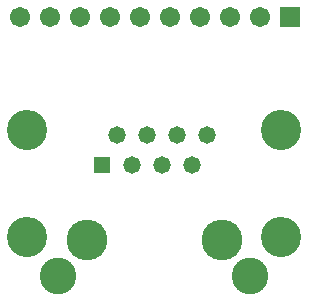
<source format=gts>
G04*
G04 #@! TF.GenerationSoftware,Altium Limited,Altium Designer,18.0.7 (293)*
G04*
G04 Layer_Color=8388736*
%FSLAX25Y25*%
%MOIN*%
G70*
G01*
G75*
%ADD13R,0.06706X0.06706*%
%ADD14C,0.06706*%
%ADD15R,0.05792X0.05792*%
%ADD16C,0.05792*%
%ADD17C,0.12198*%
%ADD18C,0.13595*%
%ADD19C,0.13398*%
D13*
X96240Y97638D02*
D03*
D14*
X86240D02*
D03*
X66240D02*
D03*
X56240D02*
D03*
X46240D02*
D03*
X36240D02*
D03*
X26240D02*
D03*
X16240D02*
D03*
X6240D02*
D03*
X76240D02*
D03*
D15*
X33681Y48622D02*
D03*
D16*
X38681Y58622D02*
D03*
X43681Y48622D02*
D03*
X48681Y58622D02*
D03*
X53681Y48622D02*
D03*
X58681Y58622D02*
D03*
X63681Y48622D02*
D03*
X68681Y58622D02*
D03*
D17*
X83169Y11614D02*
D03*
X19193D02*
D03*
D18*
X73681Y23622D02*
D03*
X28681D02*
D03*
D19*
X8858Y24606D02*
D03*
X93504Y60039D02*
D03*
X8858D02*
D03*
X93504Y24606D02*
D03*
M02*

</source>
